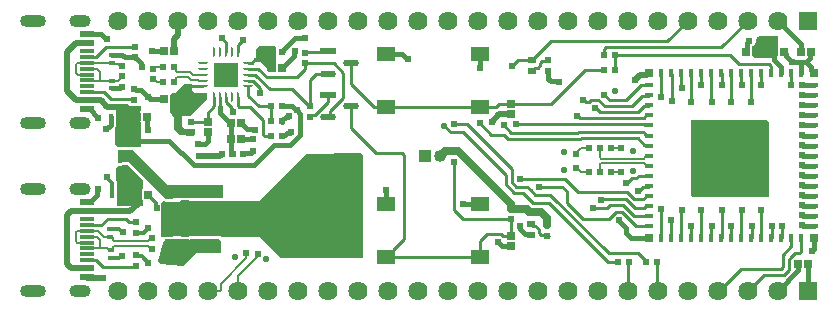
<source format=gtl>
G04*
G04 #@! TF.GenerationSoftware,Altium Limited,Altium Designer,24.9.1 (31)*
G04*
G04 Layer_Physical_Order=1*
G04 Layer_Color=255*
%FSLAX44Y44*%
%MOMM*%
G71*
G04*
G04 #@! TF.SameCoordinates,9342EB83-EE33-4B72-AB8E-5D22900AAE0C*
G04*
G04*
G04 #@! TF.FilePolarity,Positive*
G04*
G01*
G75*
G04:AMPARAMS|DCode=16|XSize=0.2425mm|YSize=0.8397mm|CornerRadius=0.1212mm|HoleSize=0mm|Usage=FLASHONLY|Rotation=270.000|XOffset=0mm|YOffset=0mm|HoleType=Round|Shape=RoundedRectangle|*
%AMROUNDEDRECTD16*
21,1,0.2425,0.5972,0,0,270.0*
21,1,0.0000,0.8397,0,0,270.0*
1,1,0.2425,-0.2986,0.0000*
1,1,0.2425,-0.2986,0.0000*
1,1,0.2425,0.2986,0.0000*
1,1,0.2425,0.2986,0.0000*
%
%ADD16ROUNDEDRECTD16*%
G04:AMPARAMS|DCode=17|XSize=0.8397mm|YSize=0.2425mm|CornerRadius=0.1212mm|HoleSize=0mm|Usage=FLASHONLY|Rotation=270.000|XOffset=0mm|YOffset=0mm|HoleType=Round|Shape=RoundedRectangle|*
%AMROUNDEDRECTD17*
21,1,0.8397,0.0000,0,0,270.0*
21,1,0.5972,0.2425,0,0,270.0*
1,1,0.2425,0.0000,-0.2986*
1,1,0.2425,0.0000,0.2986*
1,1,0.2425,0.0000,0.2986*
1,1,0.2425,0.0000,-0.2986*
%
%ADD17ROUNDEDRECTD17*%
%ADD18R,0.2425X0.8397*%
%ADD19R,0.6000X0.4900*%
%ADD20R,0.4900X0.6000*%
G04:AMPARAMS|DCode=21|XSize=0.64mm|YSize=0.72mm|CornerRadius=0.08mm|HoleSize=0mm|Usage=FLASHONLY|Rotation=180.000|XOffset=0mm|YOffset=0mm|HoleType=Round|Shape=RoundedRectangle|*
%AMROUNDEDRECTD21*
21,1,0.6400,0.5600,0,0,180.0*
21,1,0.4800,0.7200,0,0,180.0*
1,1,0.1600,-0.2400,0.2800*
1,1,0.1600,0.2400,0.2800*
1,1,0.1600,0.2400,-0.2800*
1,1,0.1600,-0.2400,-0.2800*
%
%ADD21ROUNDEDRECTD21*%
%ADD22R,0.8000X0.8000*%
%ADD23R,0.4000X0.8000*%
%ADD24R,0.8000X0.4000*%
%ADD25R,1.2000X1.2000*%
%ADD26R,1.1500X0.6000*%
%ADD27R,1.1500X0.3000*%
G04:AMPARAMS|DCode=28|XSize=3.2mm|YSize=1.75mm|CornerRadius=0.0525mm|HoleSize=0mm|Usage=FLASHONLY|Rotation=90.000|XOffset=0mm|YOffset=0mm|HoleType=Round|Shape=RoundedRectangle|*
%AMROUNDEDRECTD28*
21,1,3.2000,1.6450,0,0,90.0*
21,1,3.0950,1.7500,0,0,90.0*
1,1,0.1050,0.8225,1.5475*
1,1,0.1050,0.8225,-1.5475*
1,1,0.1050,-0.8225,-1.5475*
1,1,0.1050,-0.8225,1.5475*
%
%ADD28ROUNDEDRECTD28*%
G04:AMPARAMS|DCode=29|XSize=0.9mm|YSize=1.75mm|CornerRadius=0.0495mm|HoleSize=0mm|Usage=FLASHONLY|Rotation=90.000|XOffset=0mm|YOffset=0mm|HoleType=Round|Shape=RoundedRectangle|*
%AMROUNDEDRECTD29*
21,1,0.9000,1.6510,0,0,90.0*
21,1,0.8010,1.7500,0,0,90.0*
1,1,0.0990,0.8255,0.4005*
1,1,0.0990,0.8255,-0.4005*
1,1,0.0990,-0.8255,-0.4005*
1,1,0.0990,-0.8255,0.4005*
%
%ADD29ROUNDEDRECTD29*%
%ADD30R,1.5500X1.3000*%
G04:AMPARAMS|DCode=31|XSize=0.64mm|YSize=0.72mm|CornerRadius=0.08mm|HoleSize=0mm|Usage=FLASHONLY|Rotation=90.000|XOffset=0mm|YOffset=0mm|HoleType=Round|Shape=RoundedRectangle|*
%AMROUNDEDRECTD31*
21,1,0.6400,0.5600,0,0,90.0*
21,1,0.4800,0.7200,0,0,90.0*
1,1,0.1600,0.2800,0.2400*
1,1,0.1600,0.2800,-0.2400*
1,1,0.1600,-0.2800,-0.2400*
1,1,0.1600,-0.2800,0.2400*
%
%ADD31ROUNDEDRECTD31*%
%ADD32R,0.7000X0.6000*%
G04:AMPARAMS|DCode=33|XSize=1.3571mm|YSize=0.5721mm|CornerRadius=0.2861mm|HoleSize=0mm|Usage=FLASHONLY|Rotation=0.000|XOffset=0mm|YOffset=0mm|HoleType=Round|Shape=RoundedRectangle|*
%AMROUNDEDRECTD33*
21,1,1.3571,0.0000,0,0,0.0*
21,1,0.7850,0.5721,0,0,0.0*
1,1,0.5721,0.3925,0.0000*
1,1,0.5721,-0.3925,0.0000*
1,1,0.5721,-0.3925,0.0000*
1,1,0.5721,0.3925,0.0000*
%
%ADD33ROUNDEDRECTD33*%
%ADD34R,1.3571X0.5721*%
%ADD35R,0.3500X0.6000*%
%ADD36R,0.6000X0.3500*%
%ADD37R,2.0500X2.0500*%
G04:AMPARAMS|DCode=51|XSize=1mm|YSize=2.2mm|CornerRadius=0.5mm|HoleSize=0mm|Usage=FLASHONLY|Rotation=270.000|XOffset=0mm|YOffset=0mm|HoleType=Round|Shape=RoundedRectangle|*
%AMROUNDEDRECTD51*
21,1,1.0000,1.2000,0,0,270.0*
21,1,0.0000,2.2000,0,0,270.0*
1,1,1.0000,-0.6000,0.0000*
1,1,1.0000,-0.6000,0.0000*
1,1,1.0000,0.6000,0.0000*
1,1,1.0000,0.6000,0.0000*
%
%ADD51ROUNDEDRECTD51*%
G04:AMPARAMS|DCode=52|XSize=1mm|YSize=1.8mm|CornerRadius=0.5mm|HoleSize=0mm|Usage=FLASHONLY|Rotation=270.000|XOffset=0mm|YOffset=0mm|HoleType=Round|Shape=RoundedRectangle|*
%AMROUNDEDRECTD52*
21,1,1.0000,0.8000,0,0,270.0*
21,1,0.0000,1.8000,0,0,270.0*
1,1,1.0000,-0.4000,0.0000*
1,1,1.0000,-0.4000,0.0000*
1,1,1.0000,0.4000,0.0000*
1,1,1.0000,0.4000,0.0000*
%
%ADD52ROUNDEDRECTD52*%
%ADD58R,0.4000X0.4000*%
%ADD59C,0.2540*%
%ADD60C,0.3810*%
%ADD61C,0.5080*%
%ADD62C,0.2542*%
%ADD63C,0.6350*%
%ADD64C,0.7620*%
%ADD65C,0.1532*%
%ADD66C,0.3048*%
%ADD67C,0.1582*%
%ADD68C,0.2565*%
%ADD69R,1.0160X1.0160*%
%ADD70C,1.0160*%
%ADD71R,1.0160X1.0160*%
%ADD72C,1.6256*%
%ADD73R,1.6256X1.6256*%
%ADD74C,0.6096*%
%ADD75C,0.5588*%
G36*
X648208Y219323D02*
X647814Y218733D01*
X647555Y217430D01*
Y211830D01*
X645474Y209804D01*
X628067D01*
X626255Y211830D01*
Y217430D01*
X626117Y218125D01*
Y219506D01*
X626615Y219712D01*
X628187Y221284D01*
X629038Y223337D01*
Y225119D01*
X631467Y228342D01*
X631520Y228346D01*
X648208D01*
Y219323D01*
D02*
G37*
G36*
X223012Y218694D02*
Y205607D01*
X222618Y205017D01*
X222359Y203714D01*
Y198114D01*
X221763Y197389D01*
X216684D01*
X215138Y198934D01*
Y201422D01*
X210312Y206248D01*
X206248Y206248D01*
Y216662D01*
X208788Y219456D01*
X222250D01*
X223012Y218694D01*
D02*
G37*
G36*
X152146Y182880D02*
X154686Y180340D01*
X164338D01*
Y174752D01*
X150368Y160782D01*
X143510D01*
Y152146D01*
X146050Y149606D01*
X154178D01*
Y145361D01*
X152330Y143619D01*
X141224Y144272D01*
X139446Y146812D01*
X136652Y149606D01*
Y159258D01*
X133477Y164211D01*
X133197Y171098D01*
X133236Y171157D01*
X133495Y172460D01*
Y178060D01*
X135534Y180149D01*
X137160Y180340D01*
X145034Y187960D01*
X152146D01*
Y182880D01*
D02*
G37*
G36*
X97330Y169276D02*
X108410D01*
X108966Y166966D01*
Y165338D01*
X108802Y165228D01*
X108064Y164123D01*
X107805Y162820D01*
Y157220D01*
X108064Y155917D01*
X108802Y154812D01*
X108966Y154702D01*
Y150315D01*
X108712Y149701D01*
Y147479D01*
X108966Y146865D01*
Y134112D01*
X102877D01*
X102337Y134473D01*
X101346Y134670D01*
X89154D01*
X87071Y136274D01*
X86868Y136608D01*
Y150837D01*
X87297Y151480D01*
X87642Y153214D01*
X87642Y153214D01*
Y160020D01*
X87400Y161237D01*
Y165560D01*
X86868D01*
Y170867D01*
X97330D01*
Y169276D01*
D02*
G37*
G36*
X97192Y118987D02*
X97317Y118915D01*
X97479Y118860D01*
X97621Y118765D01*
X97953Y118699D01*
X98191Y118618D01*
X110236Y106573D01*
Y99298D01*
X110072Y99188D01*
X109334Y98083D01*
X109075Y96780D01*
Y91180D01*
X109334Y89877D01*
X110072Y88772D01*
X110236Y88662D01*
Y84328D01*
X88138D01*
X88087Y87849D01*
X88670Y88440D01*
X88670D01*
Y99520D01*
X88524D01*
Y103517D01*
X88208Y105103D01*
X87831Y105667D01*
X87676Y116438D01*
X88294Y117198D01*
X90186Y118568D01*
X91888D01*
X92056Y118602D01*
X92226Y118590D01*
X92547Y118699D01*
X92879Y118765D01*
X93021Y118860D01*
X93183Y118915D01*
X93308Y118987D01*
X94588Y119330D01*
X95912D01*
X97192Y118987D01*
D02*
G37*
G36*
X640581Y155172D02*
X640343Y94633D01*
X640080Y92202D01*
X576094D01*
X574301Y94002D01*
X574548Y156972D01*
X638788D01*
X640581Y155172D01*
D02*
G37*
G36*
X131318Y102108D02*
X177800D01*
Y90897D01*
X151012Y90752D01*
X150153Y91326D01*
X148850Y91585D01*
X143250D01*
X141947Y91326D01*
X141008Y90699D01*
X129833Y90639D01*
X99314Y121158D01*
X98612D01*
X98191Y121401D01*
X96253Y121920D01*
X94247D01*
X92309Y121401D01*
X91888Y121158D01*
X89408D01*
X89154Y121412D01*
Y132080D01*
X101346D01*
X131318Y102108D01*
D02*
G37*
G36*
X296926Y127475D02*
Y40132D01*
X227076D01*
X208788Y58420D01*
X176310D01*
X176006Y58621D01*
X175587Y58899D01*
X175584Y58900D01*
X175581Y58902D01*
X175089Y58997D01*
X174596Y59093D01*
X174592Y59093D01*
X174589Y59093D01*
X150719Y58970D01*
X150475Y58921D01*
X150227D01*
X149985Y58821D01*
X149729Y58768D01*
X149523Y58629D01*
X149293Y58534D01*
X149228Y58490D01*
X148850Y58565D01*
X143250D01*
X142870Y58490D01*
X142637Y58586D01*
X142418Y58731D01*
X142174Y58778D01*
X141945Y58873D01*
X141683D01*
X141426Y58923D01*
X136640Y58898D01*
X136397Y58848D01*
X136148D01*
X135907Y58748D01*
X135650Y58696D01*
X135444Y58556D01*
X135276Y58487D01*
X134880Y58565D01*
X129280D01*
X128549Y58420D01*
X125476D01*
Y86868D01*
X127254Y88646D01*
X128242D01*
X128428Y88523D01*
X128842Y88246D01*
X128849Y88245D01*
X128855Y88241D01*
X129345Y88146D01*
X129833Y88049D01*
X129840Y88050D01*
X129847Y88049D01*
X141022Y88109D01*
X141265Y88159D01*
X141513D01*
X141755Y88259D01*
X142012Y88311D01*
X142217Y88450D01*
X142446Y88545D01*
X142597Y88646D01*
X149503D01*
X149573Y88599D01*
X149815Y88499D01*
X150034Y88355D01*
X150277Y88307D01*
X150507Y88212D01*
X150768D01*
X151026Y88163D01*
X177814Y88307D01*
X178304Y88407D01*
X178791Y88504D01*
X178797Y88508D01*
X178804Y88509D01*
X179006Y88646D01*
X208788D01*
Y88900D01*
X248365Y128477D01*
X295115Y129256D01*
X296926Y127475D01*
D02*
G37*
G36*
X176403Y54712D02*
Y44323D01*
X155067D01*
X143962Y33218D01*
X124304Y35252D01*
X122865Y37345D01*
X127127Y53183D01*
Y53739D01*
X129280Y55735D01*
X134880D01*
X136183Y55994D01*
X136654Y56308D01*
X141440Y56333D01*
X141947Y55994D01*
X143250Y55735D01*
X148850D01*
X150153Y55994D01*
X150732Y56381D01*
X174602Y56504D01*
X176403Y54712D01*
D02*
G37*
D16*
X199495Y205580D02*
D03*
Y200580D02*
D03*
Y195580D02*
D03*
Y190580D02*
D03*
Y185580D02*
D03*
X161185D02*
D03*
Y190580D02*
D03*
Y195580D02*
D03*
Y200580D02*
D03*
Y205580D02*
D03*
D17*
X190340Y176425D02*
D03*
X185340D02*
D03*
X180340D02*
D03*
X175340D02*
D03*
X170340D02*
D03*
Y214735D02*
D03*
X175340D02*
D03*
X180340D02*
D03*
X185340D02*
D03*
D18*
X190340D02*
D03*
D19*
X102870Y183366D02*
D03*
Y174266D02*
D03*
X151130Y146580D02*
D03*
Y155680D02*
D03*
X453390Y207750D02*
D03*
Y198650D02*
D03*
X104140Y33550D02*
D03*
Y42650D02*
D03*
Y70590D02*
D03*
Y61490D02*
D03*
X452374Y59204D02*
D03*
Y68304D02*
D03*
X247650Y205000D02*
D03*
Y214100D02*
D03*
X251460Y168888D02*
D03*
Y159788D02*
D03*
X103378Y219180D02*
D03*
Y210080D02*
D03*
X421640Y72920D02*
D03*
Y82020D02*
D03*
D20*
X497310Y133096D02*
D03*
X488210D02*
D03*
X497354D02*
D03*
X506454D02*
D03*
X497354Y112776D02*
D03*
X506454D02*
D03*
X127530Y189230D02*
D03*
X136630D02*
D03*
X127530Y201930D02*
D03*
X136630D02*
D03*
X228070Y215138D02*
D03*
X218970D02*
D03*
X228070Y156210D02*
D03*
X218970D02*
D03*
Y168910D02*
D03*
X228070D02*
D03*
X218970Y143510D02*
D03*
X228070D02*
D03*
X500656Y212090D02*
D03*
X509756D02*
D03*
X545570Y36830D02*
D03*
X536470D02*
D03*
X521440D02*
D03*
X512340D02*
D03*
X195050Y128270D02*
D03*
X185950D02*
D03*
X177060D02*
D03*
X186160D02*
D03*
X488254Y112776D02*
D03*
X497354D02*
D03*
X500910Y199898D02*
D03*
X510010D02*
D03*
D21*
X114880Y93980D02*
D03*
X106100D02*
D03*
X629230Y214630D02*
D03*
X620450D02*
D03*
X136470Y215900D02*
D03*
X127690D02*
D03*
X219384Y200914D02*
D03*
X228164D02*
D03*
X136470Y175260D02*
D03*
X127690D02*
D03*
X184840Y140970D02*
D03*
X193620D02*
D03*
X673680Y35306D02*
D03*
X664900D02*
D03*
X667440Y214630D02*
D03*
X676220D02*
D03*
X644580D02*
D03*
X653360D02*
D03*
X104830Y160020D02*
D03*
X113610D02*
D03*
X184840Y154940D02*
D03*
X193620D02*
D03*
D22*
X678340Y197000D02*
D03*
X538340D02*
D03*
X678340Y57000D02*
D03*
X538340D02*
D03*
D23*
X667840Y197000D02*
D03*
X659340D02*
D03*
X650840D02*
D03*
X642340D02*
D03*
X633840D02*
D03*
X625340D02*
D03*
X616840D02*
D03*
X608340D02*
D03*
X599840D02*
D03*
X591340D02*
D03*
X582840D02*
D03*
X574340D02*
D03*
X565840D02*
D03*
X557340D02*
D03*
X548840D02*
D03*
Y57000D02*
D03*
X557340D02*
D03*
X565840D02*
D03*
X574340D02*
D03*
X582840D02*
D03*
X591340D02*
D03*
X599840D02*
D03*
X608340D02*
D03*
X616840D02*
D03*
X625340D02*
D03*
X633840D02*
D03*
X642340D02*
D03*
X650840D02*
D03*
X659340D02*
D03*
X667840D02*
D03*
D24*
X538340Y186500D02*
D03*
Y178000D02*
D03*
Y169500D02*
D03*
Y161000D02*
D03*
Y152500D02*
D03*
Y144000D02*
D03*
Y135500D02*
D03*
Y127000D02*
D03*
Y118500D02*
D03*
Y110000D02*
D03*
Y101500D02*
D03*
Y93000D02*
D03*
Y84500D02*
D03*
Y76000D02*
D03*
Y67500D02*
D03*
X678340D02*
D03*
Y76000D02*
D03*
Y84500D02*
D03*
Y93000D02*
D03*
Y101500D02*
D03*
Y110000D02*
D03*
Y118500D02*
D03*
Y127000D02*
D03*
Y135500D02*
D03*
Y144000D02*
D03*
Y152500D02*
D03*
Y161000D02*
D03*
Y169500D02*
D03*
Y178000D02*
D03*
Y186500D02*
D03*
D25*
X608340Y127000D02*
D03*
X624840D02*
D03*
Y110500D02*
D03*
X608340D02*
D03*
X591840D02*
D03*
Y127000D02*
D03*
Y143500D02*
D03*
X608340D02*
D03*
D26*
X62900Y166100D02*
D03*
Y230100D02*
D03*
Y222100D02*
D03*
Y174100D02*
D03*
Y31900D02*
D03*
Y79900D02*
D03*
Y87900D02*
D03*
Y23900D02*
D03*
D27*
Y180600D02*
D03*
Y185600D02*
D03*
Y190600D02*
D03*
Y195600D02*
D03*
Y200600D02*
D03*
Y205600D02*
D03*
Y210600D02*
D03*
Y215600D02*
D03*
Y73400D02*
D03*
Y68400D02*
D03*
Y63400D02*
D03*
Y58400D02*
D03*
Y53400D02*
D03*
Y48400D02*
D03*
Y43400D02*
D03*
Y38400D02*
D03*
D28*
X229370Y73660D02*
D03*
D29*
X166870Y50660D02*
D03*
Y73660D02*
D03*
Y96660D02*
D03*
D30*
X315850Y86000D02*
D03*
X395350D02*
D03*
X315850Y41000D02*
D03*
X395350D02*
D03*
X315850Y213000D02*
D03*
X395350D02*
D03*
X315850Y168000D02*
D03*
X395350D02*
D03*
D31*
X421640Y59000D02*
D03*
Y50220D02*
D03*
X146050Y94560D02*
D03*
Y85780D02*
D03*
Y52760D02*
D03*
Y61540D02*
D03*
X132080Y52760D02*
D03*
Y61540D02*
D03*
X165100Y155520D02*
D03*
Y146740D02*
D03*
X421640Y170760D02*
D03*
Y161980D02*
D03*
D32*
X439420Y198450D02*
D03*
Y207950D02*
D03*
X438404Y69266D02*
D03*
Y59766D02*
D03*
D33*
X286366Y205740D02*
D03*
X267355Y196240D02*
D03*
X286366Y168910D02*
D03*
X267355Y159410D02*
D03*
D34*
Y215240D02*
D03*
Y178410D02*
D03*
D35*
X90880Y93980D02*
D03*
X84380D02*
D03*
X89610Y160020D02*
D03*
X83110D02*
D03*
D36*
X82692Y58128D02*
D03*
Y64628D02*
D03*
X82804Y46990D02*
D03*
Y40490D02*
D03*
X84074Y205792D02*
D03*
Y212292D02*
D03*
X84328Y190448D02*
D03*
Y183948D02*
D03*
D37*
X180340Y195580D02*
D03*
D51*
X17150Y241300D02*
D03*
Y154900D02*
D03*
Y12700D02*
D03*
Y99100D02*
D03*
D52*
X57150Y241300D02*
D03*
Y154900D02*
D03*
Y12700D02*
D03*
Y99100D02*
D03*
D58*
X624840Y143500D02*
D03*
D59*
X373888Y153670D02*
X384302D01*
X422402Y115570D01*
X505807Y173736D02*
X519176D01*
X500853Y178690D02*
X505807Y173736D01*
X519176D02*
X531940Y186500D01*
X538340D01*
X537610Y177270D02*
X538340Y178000D01*
X532870Y177270D02*
X537610D01*
X501189Y168656D02*
X524256D01*
X532870Y177270D01*
X485512Y172295D02*
X487970D01*
X483562Y174244D02*
X485512Y172295D01*
X482600Y174244D02*
X483562D01*
X489919D02*
X495601D01*
X501189Y168656D01*
X487970Y172295D02*
X489919Y174244D01*
X537610Y168770D02*
X538340Y169500D01*
X497532Y163576D02*
X529336D01*
X534530Y168770D02*
X537610D01*
X529336Y163576D02*
X534530Y168770D01*
X493722Y167386D02*
X497532Y163576D01*
X480514Y158496D02*
X534122D01*
X478482Y160528D02*
X480514Y158496D01*
X477520Y160528D02*
X478482D01*
X536340Y161000D02*
X538340D01*
X535610Y159984D02*
Y160270D01*
X536340Y161000D01*
X534122Y158496D02*
X535610Y159984D01*
X492760Y167386D02*
X493722D01*
X365459Y152400D02*
X371047Y146812D01*
X364848Y152400D02*
X365459D01*
X445564Y64276D02*
Y64494D01*
X442522Y67536D02*
X445564Y64494D01*
X445714Y61278D02*
Y64126D01*
X440134Y67536D02*
X442522D01*
X445564Y64276D02*
X445714Y64126D01*
X447202Y59790D02*
X451788D01*
X445714Y61278D02*
X447202Y59790D01*
X451788D02*
X452374Y59204D01*
X438404Y69266D02*
X440134Y67536D01*
X435563Y100725D02*
X438404Y97885D01*
Y97885D02*
Y97885D01*
X426419Y100725D02*
X435563D01*
X438404Y97885D02*
X442421Y93867D01*
X445793Y100725D02*
X465477D01*
X469138Y97064D01*
X432167Y95645D02*
X440690Y87122D01*
X453690D01*
X503983Y36830D01*
X455303Y93867D02*
X504466Y44704D01*
X442421Y93867D02*
X455303D01*
X504466Y44704D02*
X529146D01*
X373380Y80772D02*
Y121173D01*
Y80772D02*
X381232Y72920D01*
X451340Y59204D02*
X454292D01*
X503983Y36830D02*
X512340D01*
X417322Y102639D02*
Y110490D01*
X381000Y146812D02*
X417322Y110490D01*
Y102639D02*
X424315Y95645D01*
X432167D01*
X371047Y146812D02*
X381000D01*
X422402Y104743D02*
Y115570D01*
Y104743D02*
X426419Y100725D01*
X467219Y107583D02*
X478223Y96579D01*
X429260Y107583D02*
X467219D01*
X205331Y195580D02*
X206248Y194663D01*
X217678Y183233D01*
X199495Y195580D02*
X205331D01*
X82885Y174752D02*
X102799D01*
X77037Y180600D02*
X82885Y174752D01*
X62900Y180600D02*
X77037D01*
X71882Y212090D02*
X78972Y219180D01*
X62900Y210600D02*
X62933Y210633D01*
X70425D02*
X71882Y212090D01*
X78972Y219180D02*
X103378D01*
X62933Y210633D02*
X70425D01*
X478223Y96579D02*
X520096D01*
X469138Y87216D02*
Y97064D01*
X381232Y72920D02*
X421640D01*
X71882Y37338D02*
X76152Y33068D01*
X62900Y38400D02*
X70820D01*
X71882Y37338D01*
X76152Y33068D02*
X103658D01*
X524059Y107612D02*
X527923D01*
X518922Y103437D02*
X519884D01*
X524059Y107612D01*
X530312Y110000D02*
X538340D01*
X527923Y107612D02*
X530312Y110000D01*
X529092Y97282D02*
X529772Y97962D01*
X530882D02*
X533689Y100770D01*
X529772Y97962D02*
X530882D01*
X533689Y100770D02*
X537610D01*
X503336Y90424D02*
X519067D01*
X503313Y90402D02*
X503336Y90424D01*
X497910Y89721D02*
X498591Y90402D01*
X503313D01*
X491236Y82863D02*
X502959D01*
X505440Y85344D01*
X520096Y96579D02*
X521171Y95504D01*
X526251Y90424D02*
X534122D01*
X521171Y95504D02*
X521171D01*
X526251Y90424D01*
X537610Y100770D02*
X538340Y101500D01*
X534122Y90424D02*
X535610Y91912D01*
X536340Y93000D02*
X538340D01*
X535610Y91912D02*
Y92270D01*
X536340Y93000D01*
X526628Y82863D02*
X534703D01*
X536340Y84500D02*
X538340D01*
X534703Y82863D02*
X536340Y84500D01*
X519067Y90424D02*
X526628Y82863D01*
X482938Y73416D02*
X504868D01*
X469138Y87216D02*
X482938Y73416D01*
X505440Y85344D02*
X516963D01*
X520145Y74904D02*
Y74977D01*
Y74904D02*
X521633Y73416D01*
X510447Y78994D02*
X516128D01*
X504868Y73416D02*
X510447Y78994D01*
X516128D02*
X520145Y74977D01*
X516963Y85344D02*
X526307Y76000D01*
X480737Y141478D02*
X480869Y141610D01*
X529342D02*
X534722Y136230D01*
X416234Y144780D02*
X419536Y141478D01*
X480737D01*
X480869Y141610D02*
X529342D01*
X534722Y136230D02*
X537610D01*
X405130Y144780D02*
X416234D01*
X395224Y154686D02*
X405130Y144780D01*
X421640Y146558D02*
X478633D01*
X478765Y146690D01*
X534122D02*
X535610Y145202D01*
X415544Y152654D02*
X421640Y146558D01*
X478765Y146690D02*
X534122D01*
X537610Y153230D02*
X538340Y152500D01*
X534308Y153230D02*
X537610D01*
X534122Y153416D02*
X534308Y153230D01*
X426117Y153416D02*
X534122D01*
X535610Y144730D02*
X536340Y144000D01*
X538340D01*
X535610Y144730D02*
Y145202D01*
X537610Y136230D02*
X538340Y135500D01*
X103658Y33068D02*
X104140Y33550D01*
X103876Y70854D02*
X104140Y70590D01*
X98818Y70854D02*
X103876D01*
X96122Y73550D02*
X98818Y70854D01*
X80264Y73550D02*
X96122D01*
X62900Y68400D02*
X75114D01*
X80264Y73550D01*
X395350Y41000D02*
Y54736D01*
X401320Y60706D01*
X413559D01*
X415265Y59000D02*
X421640D01*
X413559Y60706D02*
X415265Y59000D01*
X421640D02*
Y72920D01*
X317100Y41000D02*
X395350D01*
X315850D02*
X317100D01*
X322330Y47480D02*
X331216Y56366D01*
Y127798D01*
X329728Y129286D02*
X331216Y127798D01*
X307555Y129286D02*
X329728D01*
X317100Y41000D02*
X322330Y46230D01*
Y47480D01*
X286366Y150476D02*
X307555Y129286D01*
X286366Y150476D02*
Y168910D01*
X484886Y199898D02*
X500910D01*
X455748Y170760D02*
X484886Y199898D01*
X421640Y170760D02*
X455748D01*
X409190Y168000D02*
X411950Y170760D01*
X421640D01*
X395350Y168000D02*
X409190D01*
X251460Y159788D02*
X252640Y160968D01*
X255554D01*
X267355Y172769D01*
Y178410D01*
X315850Y168000D02*
X395350D01*
X286366Y187344D02*
Y205740D01*
X305710Y168000D02*
X315850D01*
X286366Y187344D02*
X305710Y168000D01*
X205486Y200602D02*
X207976D01*
X215074Y193504D01*
X232473D01*
X199495Y200580D02*
X205464D01*
X205486Y200602D01*
X205486D01*
X236565Y183233D02*
X250910Y168888D01*
X217678Y183233D02*
X236565D01*
X232473Y193504D02*
X232517Y193548D01*
X241046D01*
X247650Y200152D01*
X256692Y196240D02*
X267355D01*
X251460Y191008D02*
X256692Y196240D01*
X251460Y168888D02*
Y191008D01*
X250910Y168888D02*
X251460D01*
X209411Y179994D02*
X209573Y179832D01*
X203147Y190580D02*
X205486Y188241D01*
X209411Y184316D01*
Y179994D02*
Y184316D01*
X199495Y190580D02*
X203147D01*
X268572Y164593D02*
X277950Y173971D01*
X268572Y160627D02*
Y164593D01*
X267355Y159410D02*
X268572Y160627D01*
X279908Y176022D02*
Y197045D01*
X277950Y174064D02*
X279908Y176022D01*
X277950Y173971D02*
Y174064D01*
X271953Y205000D02*
X279908Y197045D01*
X247650Y205000D02*
X271953D01*
X247650Y200152D02*
Y205000D01*
X266784Y214670D02*
X267355Y215240D01*
X247650Y214100D02*
X248220Y214670D01*
X266784D01*
X509756Y212090D02*
X509883Y211963D01*
Y200025D02*
Y211963D01*
Y200025D02*
X510010Y199898D01*
X642112Y197228D02*
X642340Y197000D01*
X642112Y197228D02*
Y202946D01*
X640248Y204810D02*
X642112Y202946D01*
X614680Y204810D02*
X640248D01*
X607400Y212090D02*
X614680Y204810D01*
X509756Y212090D02*
X607400D01*
X502144Y219098D02*
X600098D01*
X622300Y241300D01*
X500656Y217610D02*
X502144Y219098D01*
X500656Y212090D02*
Y217610D01*
X150462Y185580D02*
X161185D01*
X150368Y185674D02*
X150462Y185580D01*
X169625Y167894D02*
X170340Y168609D01*
X165100Y163369D02*
X169625Y167894D01*
X165100Y155520D02*
Y163369D01*
X170340Y168609D02*
Y176425D01*
X165020Y155600D02*
X165100Y155520D01*
X151210Y155600D02*
X165020D01*
X151130Y155680D02*
X151210Y155600D01*
X175340Y167894D02*
Y176425D01*
X190340Y169382D02*
X191828Y167894D01*
X201168D01*
X190340Y169382D02*
Y176425D01*
X201168Y167894D02*
X211582Y157480D01*
Y144998D02*
Y157480D01*
Y144998D02*
X213070Y143510D01*
X218970D01*
Y156210D02*
Y168910D01*
X208280D02*
X218970D01*
X199495Y177695D02*
X208280Y168910D01*
X199495Y177695D02*
Y185580D01*
X545835Y12965D02*
Y36565D01*
X545570Y36830D02*
X545835Y36565D01*
Y12965D02*
X546100Y12700D01*
X521070Y13070D02*
Y36460D01*
X520700Y12700D02*
X521070Y13070D01*
Y36460D02*
X521440Y36830D01*
X529146Y44704D02*
X536470Y37380D01*
Y36830D02*
Y37380D01*
X190340Y214735D02*
Y220760D01*
X194818Y225238D01*
Y225298D01*
X209550Y215138D02*
X218970D01*
X557435Y196705D02*
X557816Y196324D01*
Y173704D02*
X558292Y173228D01*
X557816Y173704D02*
Y196324D01*
X554378Y224178D02*
X571500Y241300D01*
X456148Y224178D02*
X554378D01*
X439920Y207950D02*
X456148Y224178D01*
X439420Y207950D02*
X439920D01*
X448218Y207164D02*
X452804D01*
X439420Y198450D02*
X439920D01*
X444498Y201140D02*
X446730Y203372D01*
X439920Y198450D02*
X442610Y201140D01*
X446730Y203372D02*
Y205676D01*
X448218Y207164D01*
X442610Y201140D02*
X444498D01*
X452804Y207164D02*
X453390Y207750D01*
X427859Y207950D02*
X439420D01*
X423109Y203200D02*
X427859Y207950D01*
X422910Y203200D02*
X423109D01*
X548740Y177065D02*
X549079Y176726D01*
X548740Y177065D02*
Y196900D01*
X548840Y197000D01*
X521633Y73416D02*
X521706D01*
X527622Y67500D01*
X538340D01*
X526307Y76000D02*
X538340D01*
X574294Y67818D02*
X574340Y67772D01*
Y57000D02*
Y67772D01*
X557276Y57064D02*
Y72136D01*
Y57064D02*
X557340Y57000D01*
X566130Y56910D02*
Y80990D01*
X582885Y56965D02*
Y81235D01*
X617030Y56820D02*
Y81090D01*
X616505Y31242D02*
X650306D01*
X597963Y12700D02*
X616505Y31242D01*
X596900Y12700D02*
X597963D01*
X651794Y32730D02*
Y43033D01*
X650306Y31242D02*
X651794Y32730D01*
Y43033D02*
X659340Y50579D01*
Y57000D01*
X662476Y44494D02*
X666352D01*
X657890Y39908D02*
Y40016D01*
X656874Y29956D02*
Y38892D01*
X657890Y39908D01*
X660698Y42716D02*
X662476Y44494D01*
X657890Y40016D02*
X660590Y42716D01*
X660698D01*
X666352Y44494D02*
X667840Y45982D01*
X635762Y26162D02*
X653080D01*
X622300Y12700D02*
X635762Y26162D01*
X653080D02*
X656874Y29956D01*
X667840Y45982D02*
Y57000D01*
X659340Y187360D02*
Y197000D01*
X566130Y184440D02*
X566420Y184150D01*
X566130Y184440D02*
Y196710D01*
X574190Y172870D02*
Y197140D01*
X591145Y197185D02*
X591580Y196750D01*
X651175Y57335D02*
Y66975D01*
X651510Y67310D01*
X650840Y57000D02*
X651175Y57335D01*
X642340Y57000D02*
X642480Y57140D01*
Y67170D02*
X642620Y67310D01*
X642480Y57140D02*
Y67170D01*
X625725Y66925D02*
X626110Y67310D01*
X625340Y57000D02*
X625725Y57385D01*
Y66925D01*
X608330Y67310D02*
X608335Y67305D01*
Y57005D02*
X608340Y57000D01*
X608335Y57005D02*
Y67305D01*
X591340Y57000D02*
X591580Y57240D01*
Y67070D01*
X591820Y67310D01*
X565840Y197000D02*
X566130Y196710D01*
X582885Y186735D02*
Y196955D01*
X582840Y197000D02*
X582885Y196955D01*
Y186735D02*
X582930Y186690D01*
X599840Y197000D02*
X600275Y196565D01*
Y187125D02*
Y196565D01*
Y187125D02*
X600710Y186690D01*
X617030Y186880D02*
X617220Y186690D01*
X617030Y186880D02*
Y196810D01*
X633785Y186745D02*
Y196945D01*
X633730Y186690D02*
X633785Y186745D01*
X625340Y172730D02*
Y197000D01*
X548840Y57000D02*
Y81080D01*
X633730Y57120D02*
X633785Y57175D01*
X633730Y81280D02*
X633785Y81225D01*
Y57175D02*
Y81225D01*
X617030Y81090D02*
X617220Y81280D01*
X600275Y57055D02*
Y80845D01*
X566035Y56815D02*
X566130Y56910D01*
Y80990D02*
X566420Y81280D01*
X600035Y56815D02*
X600275Y57055D01*
X582885Y81235D02*
X582930Y81280D01*
X608335Y172725D02*
Y196995D01*
X608330Y172720D02*
X608335Y172725D01*
X591580Y172960D02*
Y196750D01*
Y172960D02*
X591820Y172720D01*
X574145Y197185D02*
X574190Y197140D01*
X574040Y172720D02*
X574190Y172870D01*
X608335Y196995D02*
X608340Y197000D01*
X616840D02*
X617030Y196810D01*
X633785Y196945D02*
X633840Y197000D01*
D60*
X381254Y85852D02*
X395202D01*
X395350Y86000D01*
X199942Y129365D02*
X201390D01*
X195595D02*
X199942D01*
X235054Y136065D02*
X243332Y144343D01*
X220901Y136065D02*
X235054D01*
X203962Y119126D02*
X220901Y136065D01*
X153162Y119126D02*
X203962D01*
X195050Y128270D02*
Y128820D01*
X195595Y129365D01*
X201390D02*
X202581Y130556D01*
X203200D01*
X243332Y144343D02*
Y162487D01*
X228070Y143510D02*
Y144060D01*
X228615Y144605D01*
X230203D01*
X231973Y146375D02*
X234767D01*
X230203Y144605D02*
X231973Y146375D01*
X234767D02*
X235204Y146812D01*
X231401Y160091D02*
X233309D01*
X233746Y160528D01*
X228070Y155660D02*
Y156760D01*
X231401Y160091D01*
X240538Y165281D02*
Y165862D01*
Y165281D02*
X243332Y162487D01*
X219177Y201121D02*
X219384Y200914D01*
X219177Y201121D02*
Y201521D01*
X208026Y208534D02*
X212164D01*
X219177Y201521D01*
X632460Y218260D02*
Y224536D01*
X629230Y215030D02*
X632460Y218260D01*
X629230Y214630D02*
Y215030D01*
X71882Y230112D02*
X74809D01*
X78883Y226038D01*
X79502D01*
X116521Y175260D02*
X127690D01*
X114554Y176609D02*
X115173D01*
X116521Y175260D01*
X62912Y230112D02*
X71882D01*
X92893Y212292D02*
X94663Y210522D01*
X84074Y212292D02*
X92893D01*
X94663Y210522D02*
X102936D01*
X103378Y210080D01*
X608340Y127000D02*
X616458Y118882D01*
Y118872D02*
Y118882D01*
X599948Y118608D02*
X608340Y127000D01*
X599948Y118364D02*
Y118608D01*
X616468Y135128D02*
X616712D01*
X608340Y127000D02*
X616468Y135128D01*
X600212D02*
X608340Y127000D01*
X600202Y135128D02*
X600212D01*
X650745Y197095D02*
Y202395D01*
X644942Y208198D02*
Y214268D01*
X644580Y214630D02*
X644942Y214268D01*
Y208198D02*
X650745Y202395D01*
Y197095D02*
X650840Y197000D01*
X621585Y215765D02*
Y221966D01*
X623450Y223830D01*
Y224449D01*
X620450Y214630D02*
X621585Y215765D01*
X140716Y152654D02*
X141153Y152217D01*
X140279Y153091D02*
X140716Y152654D01*
X203717Y140961D02*
X203726Y140952D01*
X193629Y140961D02*
X203717D01*
X193620Y140970D02*
X193629Y140961D01*
X147828Y163322D02*
X161544Y177038D01*
X136470Y163322D02*
Y175260D01*
Y163322D02*
X147828D01*
X136470D02*
X140279Y159513D01*
X228615Y216233D02*
X238633Y226251D01*
X247079D01*
X247396Y226568D01*
X238335Y215357D02*
X238773Y215794D01*
X228164Y201314D02*
X238335Y211485D01*
Y215357D01*
X228615Y215683D02*
Y216233D01*
X228070Y215138D02*
X228615Y215683D01*
X228164Y200914D02*
Y201314D01*
X140279Y153091D02*
Y159513D01*
X141153Y149182D02*
X143755Y146580D01*
X141153Y149182D02*
Y152217D01*
X143755Y146580D02*
X151130D01*
X113955Y148935D02*
Y159675D01*
X113610Y160020D02*
X113955Y159675D01*
Y148935D02*
X114300Y148590D01*
X165100Y139392D02*
Y146740D01*
X156972Y137160D02*
X162868D01*
X165100Y139392D01*
X95250Y139700D02*
X132588D01*
X153162Y119126D01*
X103420Y183366D02*
X103965Y182821D01*
X108342D01*
X114554Y176609D01*
X102870Y183366D02*
X103420D01*
X91825Y185454D02*
X92444D01*
X84483Y184103D02*
X90474D01*
X84328Y183948D02*
X84483Y184103D01*
X90474D02*
X91825Y185454D01*
X103923Y209535D02*
X104473D01*
X108783Y205225D01*
Y202367D02*
X109220Y201930D01*
X103378Y210080D02*
X103923Y209535D01*
X108783Y202367D02*
Y205225D01*
X62900Y230100D02*
X62912Y230112D01*
X83110Y153214D02*
Y160020D01*
X79248Y149352D02*
X83110Y153214D01*
X71699Y159187D02*
X72136Y158750D01*
X62900Y166100D02*
X65650D01*
X71699Y160051D01*
Y159187D02*
Y160051D01*
X315850Y86000D02*
X315976Y86126D01*
Y97790D01*
X95250Y114300D02*
X106100Y103450D01*
Y93980D02*
Y103450D01*
X71445Y93695D02*
Y98369D01*
X71882Y98806D01*
X62900Y87900D02*
X65650D01*
X71445Y93695D01*
X219177Y201521D02*
Y214931D01*
X218970Y215138D02*
X219177Y214931D01*
X117856Y215900D02*
X127690D01*
X136470Y175660D02*
X146484Y185674D01*
X150368D01*
X136470Y175260D02*
Y175660D01*
X184840Y129380D02*
X185950Y128270D01*
X184840Y129380D02*
Y140970D01*
Y154940D01*
X183145Y156635D02*
X184840Y154940D01*
X181900Y156635D02*
X183145D01*
X175340Y163195D02*
X181900Y156635D01*
X175340Y163195D02*
Y167894D01*
X193620Y154540D02*
Y154940D01*
X204287Y149535D02*
X204724Y149098D01*
X193620Y154540D02*
X198625Y149535D01*
X204287D01*
X228070Y168910D02*
X236871D01*
X239919Y165862D01*
X240538D01*
X333669Y208811D02*
X334287D01*
X315850Y213000D02*
X329480D01*
X333669Y208811D01*
X395224Y201168D02*
Y212874D01*
X395350Y213000D01*
X453263Y192151D02*
X455495Y189919D01*
X462353D01*
X462534Y189738D01*
X453263Y192151D02*
Y198105D01*
X453390Y198232D01*
Y198650D01*
X513287Y71517D02*
X519113Y65692D01*
Y61446D02*
Y65692D01*
Y61446D02*
X523147Y57412D01*
X513287Y71517D02*
Y72136D01*
X523147Y57412D02*
X537928D01*
X414346Y50220D02*
X421640D01*
X410718Y53848D02*
X414346Y50220D01*
X537928Y57412D02*
X538340Y57000D01*
X437309Y60861D02*
X438404Y59766D01*
X429753Y65131D02*
X434023Y60861D01*
X429753Y65131D02*
Y66619D01*
X429316Y67056D02*
X429753Y66619D01*
X434023Y60861D02*
X437309D01*
X673100Y12700D02*
X673680Y13280D01*
Y35306D01*
X664900Y29900D02*
Y35306D01*
X647700Y12700D02*
X664900Y29900D01*
X678340Y47925D02*
Y57000D01*
X677004Y46589D02*
X678340Y47925D01*
X677004Y45970D02*
Y46589D01*
X644398Y224028D02*
X644489Y223937D01*
Y214721D02*
Y223937D01*
X667440Y214630D02*
Y221560D01*
X647700Y241300D02*
X667440Y221560D01*
X671930Y206502D02*
X676245Y202187D01*
Y199095D02*
X678340Y197000D01*
X676245Y199095D02*
Y202187D01*
X668020Y206502D02*
X671930D01*
X659384D02*
X668020D01*
X667840Y206322D02*
X668020Y206502D01*
X667840Y197000D02*
Y206322D01*
X671930Y206502D02*
X675085Y209657D01*
Y213495D02*
X676220Y214630D01*
X675085Y209657D02*
Y213495D01*
X659384Y206502D02*
Y206502D01*
X653360Y214630D02*
X654655Y213335D01*
Y211231D02*
Y213335D01*
Y211231D02*
X659384Y206502D01*
X668700Y186500D02*
X678340D01*
X668700Y178000D02*
X678340D01*
X668700Y169500D02*
X678340D01*
X668700Y161000D02*
X678340D01*
X668700Y152500D02*
X678340D01*
X668700Y144000D02*
X678340D01*
X668700Y135500D02*
X678340D01*
X668700Y127000D02*
X678340D01*
X668700Y118500D02*
X678340D01*
X668700Y110000D02*
X678340D01*
X668700Y101500D02*
X678340D01*
X668700Y93000D02*
X678340D01*
X668700Y84500D02*
X678340D01*
X668700Y76000D02*
X678340D01*
X668700Y67500D02*
X678340D01*
D61*
X526646Y191262D02*
X526921D01*
X536880Y195540D02*
X538340Y197000D01*
X526921Y191262D02*
X531199Y195540D01*
X536880D01*
X165430Y52100D02*
X166870Y50660D01*
X147044Y52100D02*
X165430D01*
X145817Y40544D02*
Y52100D01*
X144272Y39000D02*
X145817Y40544D01*
X146217Y52927D02*
X147044Y52100D01*
X132247Y52927D02*
X146217D01*
X135636Y38862D02*
X144272D01*
X126746D02*
X135636D01*
X148550Y96660D02*
X166870D01*
X146450Y94560D02*
X148550Y96660D01*
X132008Y94560D02*
X146450D01*
X95250Y127000D02*
X96222Y126028D01*
X100540D02*
X132008Y94560D01*
X96222Y126028D02*
X100540D01*
X176600Y127810D02*
X176970D01*
X175790Y127000D02*
X176600Y127810D01*
X177060Y127900D02*
Y128270D01*
X176970Y127810D02*
X177060Y127900D01*
X157988Y127000D02*
X175790D01*
X103262Y161080D02*
X104170D01*
X80255Y168402D02*
X95940D01*
X95250Y159766D02*
X104576D01*
X95940Y168402D02*
X103262Y161080D01*
X104170D02*
X104830Y160420D01*
Y160020D02*
Y160420D01*
X95250Y139700D02*
Y159766D01*
X74557Y174100D02*
X80255Y168402D01*
X62900Y174100D02*
X74557D01*
X53382Y173948D02*
X62748D01*
X45974Y181356D02*
X53382Y173948D01*
X45974Y181356D02*
Y214630D01*
X62748Y173948D02*
X62900Y174100D01*
X53489Y222145D02*
X62855D01*
X62900Y222100D01*
X45974Y214630D02*
X53489Y222145D01*
X405659Y155702D02*
X411937Y161980D01*
X421640D01*
X405384Y155702D02*
X405659D01*
X48950Y79900D02*
X99712D01*
X48950Y31900D02*
X62900D01*
X45974Y34876D02*
Y76924D01*
Y34876D02*
X48950Y31900D01*
X45974Y76924D02*
X48950Y79900D01*
X106100Y86288D02*
Y93980D01*
X99712Y79900D02*
X106100Y86288D01*
X62900Y23900D02*
X63039Y23761D01*
X76569D01*
X76708Y23622D01*
X132080Y61540D02*
X132647Y62107D01*
X138176Y73660D02*
X148336D01*
X132647Y68131D02*
X138079Y73563D01*
X132647Y62107D02*
Y68131D01*
X128524Y73660D02*
X138176D01*
X144272Y38862D02*
Y39000D01*
X146050Y61540D02*
Y71237D01*
Y76083D02*
Y85780D01*
X148336Y73660D02*
X166870D01*
X235580Y85344D02*
X248920D01*
X229370Y73660D02*
Y79134D01*
X235580Y85344D01*
X136470Y216300D02*
Y225624D01*
X139700Y241300D02*
X139867Y241133D01*
X136470Y225624D02*
X139867Y229021D01*
Y241133D01*
X608330Y153670D02*
X608335Y153665D01*
Y143505D02*
X608340Y143500D01*
X608335Y143505D02*
Y153665D01*
X634990Y143500D02*
X635000Y143510D01*
X624840Y143500D02*
X634990D01*
X624840Y127000D02*
X635000D01*
X634995Y110495D02*
X635000Y110490D01*
X624840Y110500D02*
X624845Y110495D01*
X634995D01*
X608335Y99065D02*
Y110495D01*
X608330Y99060D02*
X608335Y99065D01*
Y110495D02*
X608340Y110500D01*
X579120Y110490D02*
X579125Y110495D01*
X591835D02*
X591840Y110500D01*
X579125Y110495D02*
X591835D01*
X579120Y127000D02*
X591840D01*
X579125Y143505D02*
X591835D01*
X591840Y143500D01*
X579120Y143510D02*
X579125Y143505D01*
D62*
X199495Y205580D02*
X202363D01*
X205317Y208534D01*
X208026D01*
D63*
X447360Y79502D02*
X452374Y74488D01*
X437534Y79502D02*
X447360D01*
X435016Y82020D02*
X437534Y79502D01*
X452374Y68304D02*
Y74488D01*
X421640Y82020D02*
X435016D01*
X421640D02*
Y86204D01*
X377273Y130571D02*
X421640Y86204D01*
X366209Y130571D02*
X377273D01*
X362637Y127000D02*
X366209Y130571D01*
D64*
X361950Y127000D02*
X362637D01*
D65*
X497354Y125429D02*
Y133096D01*
X71882Y57585D02*
X73660Y55807D01*
X71067Y58400D02*
X71882Y57585D01*
X62900Y58400D02*
X71067D01*
X73660Y48400D02*
Y55807D01*
Y48487D02*
X80057D01*
X81554Y46990D01*
X83942D01*
X62900Y48400D02*
X73660D01*
X82692Y58128D02*
X83810D01*
X85691Y54397D02*
X99487D01*
X83810Y58128D02*
X84794Y57144D01*
Y55294D02*
Y57144D01*
Y55294D02*
X85691Y54397D01*
X99544Y54341D02*
X114423D01*
X99487Y54397D02*
X99544Y54341D01*
X116959Y56877D02*
X117602D01*
X114423Y54341D02*
X116959Y56877D01*
X85823Y50833D02*
X98011D01*
X84926Y49936D02*
X85823Y50833D01*
X98011D02*
X98067Y50777D01*
X116959Y48241D02*
X117602D01*
X114423Y50777D02*
X116959Y48241D01*
X98067Y50777D02*
X114423D01*
X84926Y47974D02*
Y49936D01*
X83942Y46990D02*
X84926Y47974D01*
X480829Y133096D02*
X488210D01*
X476758Y128524D02*
Y129025D01*
X480829Y133096D01*
X477565Y116152D02*
X480941Y112776D01*
X488254D01*
X476758Y116152D02*
X477565D01*
X206510Y43031D02*
X207384Y43904D01*
X190500Y24892D02*
X206510Y40902D01*
X190500Y12700D02*
Y24892D01*
X206510Y40902D02*
Y43031D01*
X197866Y40132D02*
Y44958D01*
X176018Y18284D02*
X197866Y40132D01*
X176018Y13597D02*
Y18284D01*
X175121Y12700D02*
X176018Y13597D01*
X165100Y12700D02*
X175121D01*
X506454Y112776D02*
X515366D01*
X506454Y133096D02*
X515366D01*
X497354Y125429D02*
X498251Y124532D01*
X534209D01*
X497354Y112776D02*
Y120071D01*
X498251Y120968D01*
X534209D01*
X536340Y127000D02*
X538340D01*
X535106Y125766D02*
X536340Y127000D01*
X535106Y125429D02*
Y125766D01*
X534209Y120968D02*
X535106Y120071D01*
Y119734D02*
Y120071D01*
Y119734D02*
X536340Y118500D01*
X534209Y124532D02*
X535106Y125429D01*
X536340Y118500D02*
X538340D01*
D66*
X89610Y160020D02*
X94996D01*
X95250Y159766D01*
X90211Y40490D02*
X91885Y42164D01*
X82804Y40490D02*
X90211D01*
X91885Y42164D02*
X92710D01*
X90264Y64613D02*
X92393Y62484D01*
X82692Y64628D02*
X82707Y64613D01*
X90264D01*
X92393Y62484D02*
X93218D01*
X116602Y91904D02*
X121337Y87169D01*
X114880Y93580D02*
X116556Y91904D01*
X116602D01*
X121337Y83641D02*
Y87169D01*
X114880Y93580D02*
Y93980D01*
X121337Y83641D02*
X121920Y83058D01*
X90880Y93980D02*
X106100D01*
X80010Y107887D02*
X84380Y103517D01*
Y93980D02*
Y103517D01*
X80010Y107887D02*
Y108712D01*
X104140Y61490D02*
X110766D01*
X114808Y65532D01*
X104140Y42650D02*
X105066Y41724D01*
X109152D01*
X114554Y36322D01*
D67*
X71180Y200600D02*
X73614Y198166D01*
X121871Y189230D02*
X127530D01*
X118364Y200152D02*
X119585D01*
Y191516D02*
X121871Y189230D01*
X119585Y200152D02*
X121363Y201930D01*
X118364Y191516D02*
X119585D01*
X121363Y201930D02*
X127530D01*
X53340Y54327D02*
Y62473D01*
X54267Y63400D02*
X62900D01*
X53340Y62473D02*
X54267Y63400D01*
Y53400D02*
X62900D01*
X53340Y54327D02*
X54267Y53400D01*
X62900Y63400D02*
X72014D01*
X53848Y196850D02*
Y204470D01*
Y196850D02*
X55098Y195600D01*
X62900D01*
X53848Y204470D02*
X54978Y205600D01*
X62900D01*
X73614Y190524D02*
Y198166D01*
X62900Y200600D02*
X71180D01*
X73614Y190524D02*
X84252D01*
X62976D02*
X73614D01*
X62900Y205600D02*
X62996Y205696D01*
X83978D01*
X89356Y190448D02*
X91338Y192430D01*
Y193700D01*
X88839Y204833D02*
X90981Y202692D01*
X92202D01*
X84074Y205792D02*
X85033Y204833D01*
X88839D01*
X91338Y193700D02*
X92202Y194564D01*
X84328Y190448D02*
X89356D01*
X62900Y190600D02*
X62976Y190524D01*
X84252D02*
X84328Y190448D01*
X83978Y205696D02*
X84074Y205792D01*
X157971Y190580D02*
X161185D01*
X151297Y191273D02*
X157278D01*
X139216Y193773D02*
X148797D01*
X151297Y191273D01*
X138289Y198314D02*
Y200271D01*
Y198314D02*
X139216Y197387D01*
X157278Y194887D02*
X157971Y195580D01*
X138289Y192846D02*
X139216Y193773D01*
X136630Y201930D02*
X138289Y200271D01*
X139216Y197387D02*
X150294D01*
X152794Y194887D01*
X157278D01*
Y191273D02*
X157971Y190580D01*
Y195580D02*
X161185D01*
X136630Y189230D02*
X138289Y190889D01*
Y192846D01*
X72014Y63400D02*
X77287Y58128D01*
X82692D01*
D68*
X185421Y164804D02*
Y167097D01*
Y164804D02*
X186096Y164128D01*
X180340Y172178D02*
Y176425D01*
Y172178D02*
X185421Y167097D01*
X177292Y225830D02*
Y226314D01*
X180340Y214735D02*
Y222782D01*
X177292Y225830D02*
X180340Y222782D01*
D69*
X95250Y139700D02*
D03*
D70*
Y114300D02*
D03*
Y127000D02*
D03*
X361950D02*
D03*
D71*
X349250D02*
D03*
D72*
X342900Y241300D02*
D03*
X647700D02*
D03*
X622300D02*
D03*
X596900D02*
D03*
X571500D02*
D03*
X546100D02*
D03*
X520700D02*
D03*
X495300D02*
D03*
X469900D02*
D03*
X444500D02*
D03*
X419100D02*
D03*
X393700D02*
D03*
X368300D02*
D03*
X317500D02*
D03*
X292100D02*
D03*
X266700D02*
D03*
X241300D02*
D03*
X215900D02*
D03*
X190500D02*
D03*
X165100D02*
D03*
X139700D02*
D03*
X114300D02*
D03*
X88900D02*
D03*
X342900Y12700D02*
D03*
X647700D02*
D03*
X622300D02*
D03*
X596900D02*
D03*
X571500D02*
D03*
X546100D02*
D03*
X520700D02*
D03*
X495300D02*
D03*
X469900D02*
D03*
X444500D02*
D03*
X419100D02*
D03*
X393700D02*
D03*
X368300D02*
D03*
X317500D02*
D03*
X292100D02*
D03*
X266700D02*
D03*
X241300D02*
D03*
X215900D02*
D03*
X190500D02*
D03*
X165100D02*
D03*
X139700D02*
D03*
X114300D02*
D03*
X88900D02*
D03*
D73*
X673100Y241300D02*
D03*
Y12700D02*
D03*
D74*
X373888Y153670D02*
D03*
X381254Y85852D02*
D03*
X526646Y191262D02*
D03*
X500853Y178690D02*
D03*
X492760Y167386D02*
D03*
X477520Y160528D02*
D03*
X482600Y174244D02*
D03*
X203200Y130556D02*
D03*
X235204Y146812D02*
D03*
X233746Y160528D02*
D03*
X79502Y226038D02*
D03*
X445793Y100725D02*
D03*
X373380Y121173D02*
D03*
X429260Y107583D02*
D03*
X623450Y224449D02*
D03*
X203726Y140952D02*
D03*
X247396Y226568D02*
D03*
X238773Y215794D02*
D03*
X140716Y152654D02*
D03*
X114300Y148590D02*
D03*
X157988Y127000D02*
D03*
X156972Y137160D02*
D03*
X114554Y176609D02*
D03*
X92444Y185454D02*
D03*
X109220Y201930D02*
D03*
X79248Y149352D02*
D03*
X72136Y158750D02*
D03*
X118364Y191516D02*
D03*
Y200152D02*
D03*
X92202Y202692D02*
D03*
Y194564D02*
D03*
X315976Y97790D02*
D03*
X117602Y56877D02*
D03*
Y48241D02*
D03*
X92710Y42164D02*
D03*
X93218Y62484D02*
D03*
X476758Y128524D02*
D03*
Y116152D02*
D03*
X518922Y103437D02*
D03*
X197866Y44958D02*
D03*
X207384Y43904D02*
D03*
X529092Y97282D02*
D03*
X497910Y89721D02*
D03*
X491236Y82863D02*
D03*
X515366Y112776D02*
D03*
Y133096D02*
D03*
X426117Y153416D02*
D03*
X415544Y152654D02*
D03*
X405384Y155702D02*
D03*
X121920Y83058D02*
D03*
X80010Y108712D02*
D03*
X71882Y98806D02*
D03*
X114808Y65532D02*
D03*
X114554Y36322D02*
D03*
X76708Y23622D02*
D03*
X248920Y119380D02*
D03*
X249174Y102616D02*
D03*
X248920Y85344D02*
D03*
X410718Y53848D02*
D03*
X209573Y179832D02*
D03*
X395224Y154686D02*
D03*
X177292Y226314D02*
D03*
X117856Y215900D02*
D03*
X186096Y164128D02*
D03*
X204724Y149098D02*
D03*
X240538Y165862D02*
D03*
X194818Y225298D02*
D03*
X209550Y215138D02*
D03*
X334287Y208811D02*
D03*
X395224Y201168D02*
D03*
X462534Y189738D02*
D03*
X558292Y173228D02*
D03*
X422910Y203200D02*
D03*
X549079Y176726D02*
D03*
X513287Y72136D02*
D03*
X574294Y67818D02*
D03*
X557276Y72136D02*
D03*
X429316Y67056D02*
D03*
X677004Y45970D02*
D03*
X644398Y224028D02*
D03*
X632460Y224536D02*
D03*
X659384Y206502D02*
D03*
X608330Y153670D02*
D03*
X635000Y143510D02*
D03*
Y127000D02*
D03*
Y110490D02*
D03*
X608330Y99060D02*
D03*
X579120Y110490D02*
D03*
Y127000D02*
D03*
Y143510D02*
D03*
X659005Y187025D02*
D03*
X668365Y186835D02*
D03*
Y178335D02*
D03*
Y169835D02*
D03*
Y161335D02*
D03*
Y152835D02*
D03*
Y144335D02*
D03*
Y135835D02*
D03*
Y127335D02*
D03*
Y118835D02*
D03*
Y110335D02*
D03*
Y101835D02*
D03*
Y93335D02*
D03*
Y84835D02*
D03*
Y76335D02*
D03*
Y67835D02*
D03*
X566420Y184150D02*
D03*
X651510Y67310D02*
D03*
X642620D02*
D03*
X626110D02*
D03*
X608330D02*
D03*
X591820D02*
D03*
X582930Y186690D02*
D03*
X600710D02*
D03*
X617220D02*
D03*
X633730D02*
D03*
X625335Y172725D02*
D03*
X549130Y81370D02*
D03*
X633730Y81280D02*
D03*
X617220D02*
D03*
X600275Y80845D02*
D03*
X566420Y81280D02*
D03*
X582930D02*
D03*
X608330Y172720D02*
D03*
X591820D02*
D03*
X574040D02*
D03*
D75*
X509778Y181356D02*
D03*
X364848Y152400D02*
D03*
X161544Y177038D02*
D03*
X466598Y114554D02*
D03*
X466852Y130302D02*
D03*
X188468Y40894D02*
D03*
X214630Y39624D02*
D03*
X525272Y131318D02*
D03*
Y114300D02*
D03*
X126746Y38862D02*
D03*
X135636D02*
D03*
X144272D02*
D03*
X128524Y73660D02*
D03*
X138176D02*
D03*
X148336D02*
D03*
X260096Y119380D02*
D03*
X270764D02*
D03*
X289560D02*
D03*
X280416D02*
D03*
X260858Y102616D02*
D03*
X271018D02*
D03*
X290068D02*
D03*
X280670D02*
D03*
X280416Y84836D02*
D03*
X289814D02*
D03*
X270764Y85090D02*
D03*
X260350D02*
D03*
X185928Y189992D02*
D03*
X174752Y190500D02*
D03*
X185420Y201168D02*
D03*
X175006D02*
D03*
X616458Y118872D02*
D03*
X599948Y118364D02*
D03*
X616712Y135128D02*
D03*
X600202D02*
D03*
M02*

</source>
